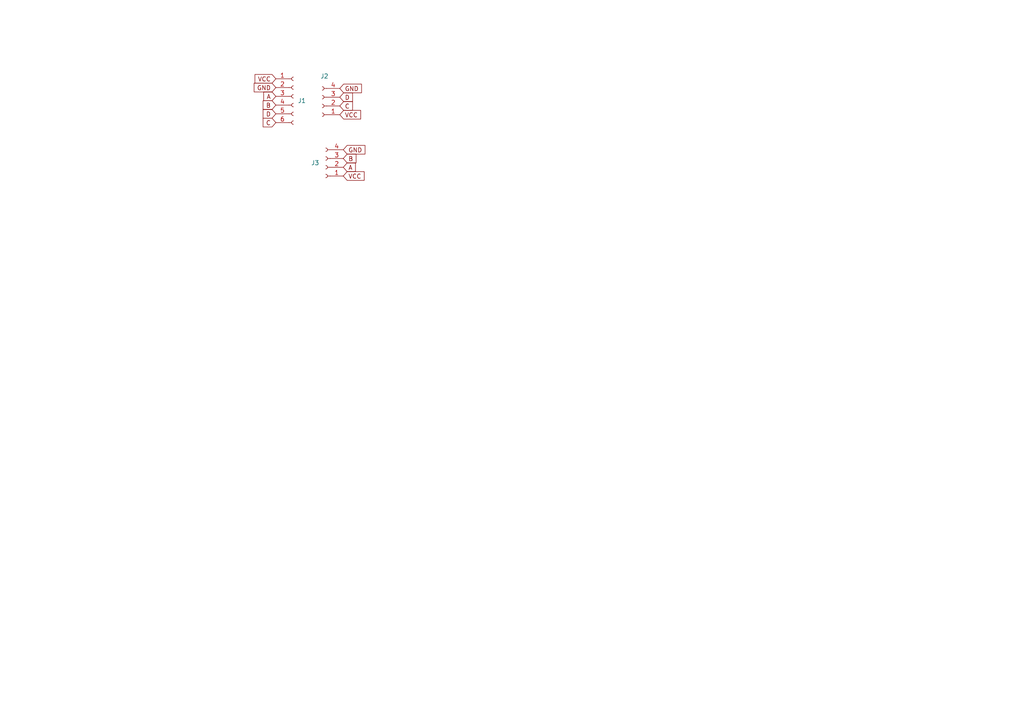
<source format=kicad_sch>
(kicad_sch (version 20211123) (generator eeschema)
  (paper "A4")
  (lib_symbols
    (symbol "Connector:Conn_01x04_Female" (pin_names (offset 1.016) hide)
      (property "Reference" "J" (at 0 5.08 0))
      (property "Value" "Conn_01x04_Female" (at 0 -7.62 0))
      (symbol "Conn_01x04_Female_1_1"
        (arc (start 0 -4.572) (mid -0.508 -5.08) (end 0 -5.588) (stroke (width 0.1524)))
        (arc (start 0 -2.032) (mid -0.508 -2.54) (end 0 -3.048) (stroke (width 0.1524)))
        (polyline (pts (xy -1.27 -5.08) (xy -0.508 -5.08)) (stroke (width 0.1524)))
        (polyline (pts (xy -1.27 -2.54) (xy -0.508 -2.54)) (stroke (width 0.1524)))
        (polyline (pts (xy -1.27 0) (xy -0.508 0)) (stroke (width 0.1524)))
        (polyline (pts (xy -1.27 2.54) (xy -0.508 2.54)) (stroke (width 0.1524)))
        (arc (start 0 0.508) (mid -0.508 0) (end 0 -0.508) (stroke (width 0.1524)))
        (arc (start 0 3.048) (mid -0.508 2.54) (end 0 2.032) (stroke (width 0.1524)))
        (pin passive line (at -5.08 2.54 0) (length 3.81) (name "Pin_1") (number "1"))
        (pin passive line (at -5.08 0 0) (length 3.81) (name "Pin_2") (number "2"))
        (pin passive line (at -5.08 -2.54 0) (length 3.81) (name "Pin_3") (number "3"))
        (pin passive line (at -5.08 -5.08 0) (length 3.81) (name "Pin_4") (number "4"))
      )
    )
    (symbol "Connector:Conn_01x06_Female" (pin_names (offset 1.016) hide)
      (property "Reference" "J" (at 0 7.62 0))
      (property "Value" "Conn_01x06_Female" (at 0 -10.16 0))
      (symbol "Conn_01x06_Female_1_1"
        (arc (start 0 -7.112) (mid -0.508 -7.62) (end 0 -8.128) (stroke (width 0.1524)))
        (arc (start 0 -4.572) (mid -0.508 -5.08) (end 0 -5.588) (stroke (width 0.1524)))
        (arc (start 0 -2.032) (mid -0.508 -2.54) (end 0 -3.048) (stroke (width 0.1524)))
        (polyline (pts (xy -1.27 -7.62) (xy -0.508 -7.62)) (stroke (width 0.1524)))
        (polyline (pts (xy -1.27 -5.08) (xy -0.508 -5.08)) (stroke (width 0.1524)))
        (polyline (pts (xy -1.27 -2.54) (xy -0.508 -2.54)) (stroke (width 0.1524)))
        (polyline (pts (xy -1.27 0) (xy -0.508 0)) (stroke (width 0.1524)))
        (polyline (pts (xy -1.27 2.54) (xy -0.508 2.54)) (stroke (width 0.1524)))
        (polyline (pts (xy -1.27 5.08) (xy -0.508 5.08)) (stroke (width 0.1524)))
        (arc (start 0 0.508) (mid -0.508 0) (end 0 -0.508) (stroke (width 0.1524)))
        (arc (start 0 3.048) (mid -0.508 2.54) (end 0 2.032) (stroke (width 0.1524)))
        (arc (start 0 5.588) (mid -0.508 5.08) (end 0 4.572) (stroke (width 0.1524)))
        (pin passive line (at -5.08 5.08 0) (length 3.81) (name "Pin_1") (number "1"))
        (pin passive line (at -5.08 2.54 0) (length 3.81) (name "Pin_2") (number "2"))
        (pin passive line (at -5.08 0 0) (length 3.81) (name "Pin_3") (number "3"))
        (pin passive line (at -5.08 -2.54 0) (length 3.81) (name "Pin_4") (number "4"))
        (pin passive line (at -5.08 -5.08 0) (length 3.81) (name "Pin_5") (number "5"))
        (pin passive line (at -5.08 -7.62 0) (length 3.81) (name "Pin_6") (number "6"))
      )
    )
  )
  (global_label "VCC" (shape input) (at 99.568 51.054 0) (property "Intersheet References" "${INTERSHEET_REFS}" (effects hide)))
  (global_label "B" (shape input) (at 80.01 30.48 180) (property "Intersheet References" "${INTERSHEET_REFS}" (effects hide)))
  (global_label "D" (shape input) (at 98.552 28.194 0) (property "Intersheet References" "${INTERSHEET_REFS}" (effects hide)))
  (global_label "C" (shape input) (at 98.552 30.734 0) (property "Intersheet References" "${INTERSHEET_REFS}" (effects hide)))
  (global_label "GND" (shape input) (at 80.01 25.4 180) (property "Intersheet References" "${INTERSHEET_REFS}" (effects hide)))
  (global_label "D" (shape input) (at 80.01 33.02 180) (property "Intersheet References" "${INTERSHEET_REFS}" (effects hide)))
  (global_label "VCC" (shape input) (at 80.01 22.86 180) (property "Intersheet References" "${INTERSHEET_REFS}" (effects hide)))
  (global_label "A" (shape input) (at 80.01 27.94 180) (property "Intersheet References" "${INTERSHEET_REFS}" (effects hide)))
  (global_label "B" (shape input) (at 99.568 45.974 0) (property "Intersheet References" "${INTERSHEET_REFS}" (effects hide)))
  (global_label "VCC" (shape input) (at 98.552 33.274 0) (property "Intersheet References" "${INTERSHEET_REFS}" (effects hide)))
  (global_label "GND" (shape input) (at 98.552 25.654 0) (property "Intersheet References" "${INTERSHEET_REFS}" (effects hide)))
  (global_label "A" (shape input) (at 99.568 48.514 0) (property "Intersheet References" "${INTERSHEET_REFS}" (effects hide)))
  (global_label "GND" (shape input) (at 99.568 43.434 0) (property "Intersheet References" "${INTERSHEET_REFS}" (effects hide)))
  (global_label "C" (shape input) (at 80.01 35.56 180) (property "Intersheet References" "${INTERSHEET_REFS}" (effects hide)))
  (symbol (lib_id "Connector:Conn_01x04_Female") (at 94.488 48.514 180) (unit 1)
    (property "Reference" "J3" (at 92.6084 47.2441 0) (effects (justify left)))
    (property "Value" "Conn_01x04_Female" (effects hide))
    (property "Footprint" "modfiles:Connector_USB" (effects hide))
  )
  (symbol (lib_id "Connector:Conn_01x04_Female") (at 93.472 30.734 180) (unit 1)
    (property "Reference" "J2" (at 94.107 22.098 0))
    (property "Value" "Conn_01x04_Female" (effects hide))
    (property "Footprint" "modfiles:Connector_USB" (effects hide))
  )
  (symbol (lib_id "Connector:Conn_01x06_Female") (at 85.09 27.94 0) (unit 1)
    (property "Reference" "J1" (at 86.36 29.2099 0) (effects (justify left)))
    (property "Value" "Conn_01x06_Female" (effects hide))
    (property "Footprint" "Connector_JST:JST_EH_B6B-EH-A_1x06_P2.50mm_Vertical" (effects hide))
  )
)
</source>
